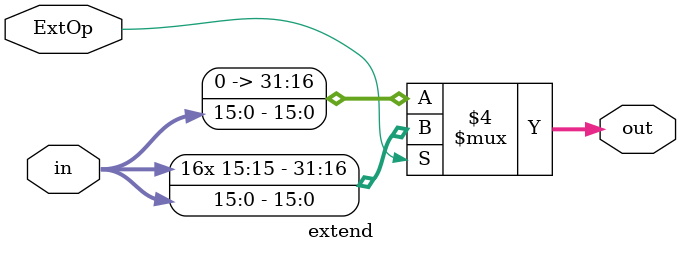
<source format=v>
`timescale 1ns / 1ps
module extend(
    input [15:0] in,
    input ExtOp,
    output reg[31:0] out
    );
	
	always@(in or ExtOp)begin
		if(ExtOp == 1) out = {{16{in[15]}},in[15:0]};//ÓÐ·ûºÅÀ©Õ¹
		else out = {{16{1'b0}},in[15:0]};//ÎÞ·ûºÅÀ©Õ¹
	end

endmodule

</source>
